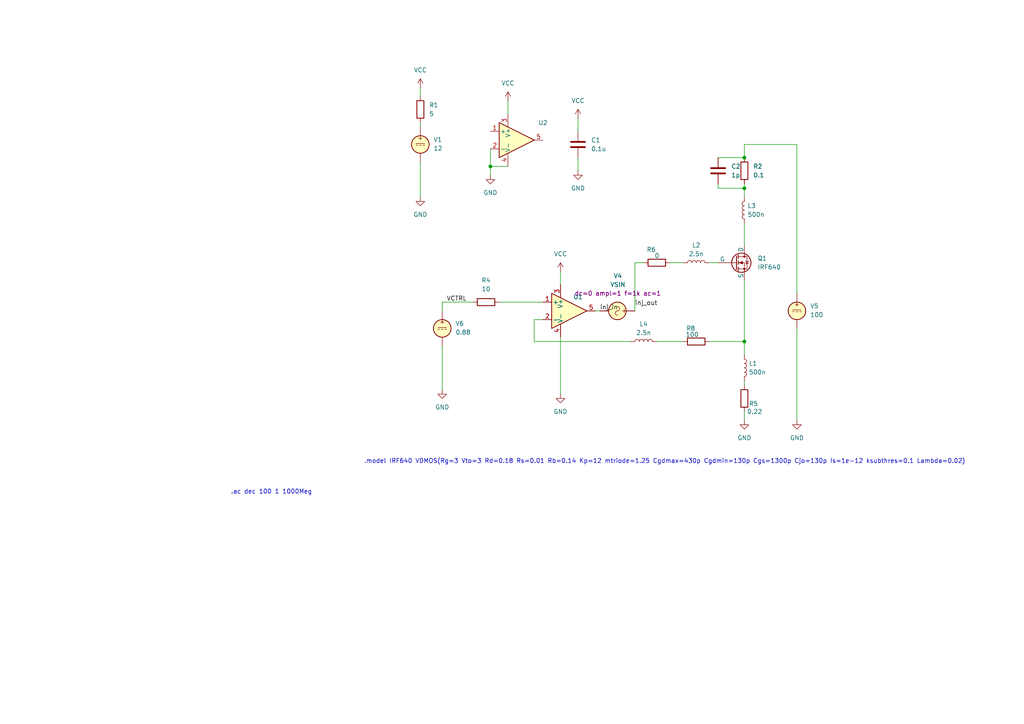
<source format=kicad_sch>
(kicad_sch (version 20231120) (generator "eeschema") (generator_version "8.0")
  (paper "A4")
  (lib_symbols
    (symbol "Device:C" (pin_numbers hide) (pin_names (offset 0.254))
      (property "Reference" "C" (at 0.635 2.54 0))
      (property "Value" "C" (at 0.635 -2.54 0))
      (symbol "C_0_1"
        (polyline (pts (xy -2.032 -0.762) (xy 2.032 -0.762)) (stroke (width 0.508)))
        (polyline (pts (xy -2.032 0.762) (xy 2.032 0.762)) (stroke (width 0.508)))
      )
      (symbol "C_1_1"
        (pin passive line (at 0 3.81 270) (length 2.794) (name "~") (number "1"))
        (pin passive line (at 0 -3.81 90) (length 2.794) (name "~") (number "2"))
      )
    )
    (symbol "Device:L" (pin_numbers hide) (pin_names (offset 1.016) hide)
      (property "Reference" "L" (at -1.27 0 90))
      (property "Value" "L" (at 1.905 0 90))
      (symbol "L_0_1"
        (arc (start 0 -2.54) (mid 0.6323 -1.905) (end 0 -1.27))
        (arc (start 0 -1.27) (mid 0.6323 -0.635) (end 0 0))
        (arc (start 0 0) (mid 0.6323 0.635) (end 0 1.27))
        (arc (start 0 1.27) (mid 0.6323 1.905) (end 0 2.54))
      )
      (symbol "L_1_1"
        (pin passive line (at 0 3.81 270) (length 1.27) (name "1") (number "1"))
        (pin passive line (at 0 -3.81 90) (length 1.27) (name "2") (number "2"))
      )
    )
    (symbol "Device:R" (pin_numbers hide) (pin_names (offset 0))
      (property "Reference" "R" (at 2.032 0 90))
      (property "Value" "R" (at 0 0 90))
      (symbol "R_0_1"
        (rectangle (start -1.016 -2.54) (end 1.016 2.54) (stroke (width 0.254)))
      )
      (symbol "R_1_1"
        (pin passive line (at 0 3.81 270) (length 1.27) (name "~") (number "1"))
        (pin passive line (at 0 -3.81 90) (length 1.27) (name "~") (number "2"))
      )
    )
    (symbol "Simulation_SPICE:NMOS" (pin_numbers hide) (pin_names (offset 0))
      (property "Reference" "Q" (at 5.08 1.27 0))
      (property "Value" "NMOS" (at 5.08 -1.27 0))
      (symbol "NMOS_0_1"
        (polyline (pts (xy 0.254 0) (xy -2.54 0)))
        (polyline (pts (xy 0.254 1.905) (xy 0.254 -1.905)) (stroke (width 0.254)))
        (polyline (pts (xy 0.762 -1.27) (xy 0.762 -2.286)) (stroke (width 0.254)))
        (polyline (pts (xy 0.762 0.508) (xy 0.762 -0.508)) (stroke (width 0.254)))
        (polyline (pts (xy 0.762 2.286) (xy 0.762 1.27)) (stroke (width 0.254)))
        (polyline (pts (xy 2.54 2.54) (xy 2.54 1.778)))
        (polyline (pts (xy 2.54 -2.54) (xy 2.54 0) (xy 0.762 0)))
        (polyline (pts (xy 0.762 -1.778) (xy 3.302 -1.778) (xy 3.302 1.778) (xy 0.762 1.778)))
        (polyline (pts (xy 1.016 0) (xy 2.032 0.381) (xy 2.032 -0.381) (xy 1.016 0)) (fill (type outline)))
        (polyline (pts (xy 2.794 0.508) (xy 2.921 0.381) (xy 3.683 0.381) (xy 3.81 0.254)))
        (polyline (pts (xy 3.302 0.381) (xy 2.921 -0.254) (xy 3.683 -0.254) (xy 3.302 0.381)))
        (circle (center 1.651 0) (radius 2.794) (stroke (width 0.254)))
        (circle (center 2.54 -1.778) (radius 0.254) (fill (type outline)))
        (circle (center 2.54 1.778) (radius 0.254) (fill (type outline)))
      )
      (symbol "NMOS_1_1"
        (pin passive line (at 2.54 5.08 270) (length 2.54) (name "D") (number "1"))
        (pin input line (at -5.08 0 0) (length 2.54) (name "G") (number "2"))
        (pin passive line (at 2.54 -5.08 90) (length 2.54) (name "S") (number "3"))
      )
    )
    (symbol "Simulation_SPICE:OPAMP" (pin_names (offset 0.254))
      (property "Reference" "U" (at 3.81 3.175 0))
      (property "Value" "${SIM.PARAMS}" (at 3.81 -3.175 0))
      (symbol "OPAMP_0_1"
        (polyline (pts (xy 5.08 0) (xy -5.08 5.08) (xy -5.08 -5.08) (xy 5.08 0)) (stroke (width 0.254)) (fill (type background)))
      )
      (symbol "OPAMP_1_1"
        (pin input line (at -7.62 2.54 0) (length 2.54) (name "+") (number "1"))
        (pin input line (at -7.62 -2.54 0) (length 2.54) (name "-") (number "2"))
        (pin power_in line (at -2.54 7.62 270) (length 3.81) (name "V+") (number "3"))
        (pin power_in line (at -2.54 -7.62 90) (length 3.81) (name "V-") (number "4"))
        (pin output line (at 7.62 0 180) (length 2.54) (name "~") (number "5"))
      )
    )
    (symbol "Simulation_SPICE:VDC" (pin_numbers hide) (pin_names (offset 0.0254))
      (property "Reference" "V" (at 2.54 2.54 0))
      (property "Value" "1" (at 2.54 0 0))
      (symbol "VDC_0_0"
        (polyline (pts (xy -1.27 0.254) (xy 1.27 0.254)))
        (polyline (pts (xy -0.762 -0.254) (xy -1.27 -0.254)))
        (polyline (pts (xy 0.254 -0.254) (xy -0.254 -0.254)))
        (polyline (pts (xy 1.27 -0.254) (xy 0.762 -0.254)))
        (text "+" (at 0 1.905 0) (effects (font (size 1.27 1.27))))
      )
      (symbol "VDC_0_1"
        (circle (center 0 0) (radius 2.54) (stroke (width 0.254)) (fill (type background)))
      )
      (symbol "VDC_1_1"
        (pin passive line (at 0 5.08 270) (length 2.54) (name "~") (number "1"))
        (pin passive line (at 0 -5.08 90) (length 2.54) (name "~") (number "2"))
      )
    )
    (symbol "Simulation_SPICE:VSIN" (pin_numbers hide) (pin_names (offset 0.0254))
      (property "Reference" "V" (at 2.54 2.54 0))
      (property "Value" "VSIN" (at 2.54 0 0))
      (property "Sim.Params" "dc=0 ampl=1 f=1k ac=1" (at 2.54 -2.54 0))
      (symbol "VSIN_0_0"
        (arc (start 0 0) (mid -0.635 0.6323) (end -1.27 0))
        (arc (start 0 0) (mid 0.635 -0.6323) (end 1.27 0))
        (text "+" (at 0 1.905 0) (effects (font (size 1.27 1.27))))
      )
      (symbol "VSIN_0_1"
        (circle (center 0 0) (radius 2.54) (stroke (width 0.254)) (fill (type background)))
      )
      (symbol "VSIN_1_1"
        (pin passive line (at 0 5.08 270) (length 2.54) (name "~") (number "1"))
        (pin passive line (at 0 -5.08 90) (length 2.54) (name "~") (number "2"))
      )
    )
    (symbol "power:GND" (power) (pin_numbers hide) (pin_names (offset 0) hide)
      (property "Value" "GND" (at 0 -3.81 0))
      (symbol "GND_0_1"
        (polyline (pts (xy 0 0) (xy 0 -1.27) (xy 1.27 -1.27) (xy 0 -2.54) (xy -1.27 -1.27) (xy 0 -1.27)))
      )
      (symbol "GND_1_1"
        (pin power_in line (at 0 0 270) (length 0) (name "~") (number "1"))
      )
    )
    (symbol "power:VCC" (power) (pin_numbers hide) (pin_names (offset 0) hide)
      (property "Value" "VCC" (at 0 3.556 0))
      (symbol "VCC_0_1"
        (polyline (pts (xy -0.762 1.27) (xy 0 2.54)))
        (polyline (pts (xy 0 0) (xy 0 2.54)))
        (polyline (pts (xy 0 2.54) (xy 0.762 1.27)))
      )
      (symbol "VCC_1_1"
        (pin power_in line (at 0 0 90) (length 0) (name "~") (number "1"))
      )
    )
  )
  (junction (at 215.9 99.06))
  (junction (at 142.24 48.26))
  (junction (at 215.9 45.72))
  (junction (at 215.9 54.61))
  (wire (pts (xy 128.27 100.33) (xy 128.27 113.03)))
  (wire (pts (xy 162.56 78.74) (xy 162.56 82.55)))
  (wire (pts (xy 147.32 29.21) (xy 147.32 33.02)))
  (wire (pts (xy 215.9 54.61) (xy 215.9 57.15)))
  (wire (pts (xy 194.31 76.2) (xy 198.12 76.2)))
  (wire (pts (xy 231.14 85.09) (xy 231.14 41.91)))
  (wire (pts (xy 215.9 110.49) (xy 215.9 111.76)))
  (wire (pts (xy 172.72 90.17) (xy 173.99 90.17)))
  (wire (pts (xy 121.92 46.99) (xy 121.92 57.15)))
  (wire (pts (xy 215.9 99.06) (xy 215.9 102.87)))
  (wire (pts (xy 154.94 92.71) (xy 154.94 99.06)))
  (wire (pts (xy 142.24 48.26) (xy 147.32 48.26)))
  (wire (pts (xy 215.9 53.34) (xy 215.9 54.61)))
  (wire (pts (xy 215.9 81.28) (xy 215.9 99.06)))
  (wire (pts (xy 137.16 87.63) (xy 128.27 87.63)))
  (wire (pts (xy 215.9 119.38) (xy 215.9 121.92)))
  (wire (pts (xy 128.27 87.63) (xy 128.27 90.17)))
  (wire (pts (xy 190.5 99.06) (xy 198.12 99.06)))
  (wire (pts (xy 231.14 95.25) (xy 231.14 121.92)))
  (wire (pts (xy 215.9 41.91) (xy 215.9 45.72)))
  (wire (pts (xy 167.64 45.72) (xy 167.64 49.53)))
  (wire (pts (xy 215.9 64.77) (xy 215.9 71.12)))
  (wire (pts (xy 208.28 54.61) (xy 215.9 54.61)))
  (wire (pts (xy 142.24 48.26) (xy 142.24 50.8)))
  (wire (pts (xy 167.64 34.29) (xy 167.64 38.1)))
  (wire (pts (xy 208.28 53.34) (xy 208.28 54.61)))
  (wire (pts (xy 157.48 92.71) (xy 154.94 92.71)))
  (wire (pts (xy 205.74 99.06) (xy 215.9 99.06)))
  (wire (pts (xy 184.15 76.2) (xy 184.15 90.17)))
  (wire (pts (xy 121.92 35.56) (xy 121.92 36.83)))
  (wire (pts (xy 184.15 76.2) (xy 186.69 76.2)))
  (wire (pts (xy 121.92 25.4) (xy 121.92 27.94)))
  (wire (pts (xy 144.78 87.63) (xy 157.48 87.63)))
  (wire (pts (xy 231.14 41.91) (xy 215.9 41.91)))
  (wire (pts (xy 154.94 99.06) (xy 182.88 99.06)))
  (wire (pts (xy 142.24 43.18) (xy 142.24 48.26)))
  (wire (pts (xy 162.56 97.79) (xy 162.56 114.3)))
  (wire (pts (xy 205.74 76.2) (xy 208.28 76.2)))
  (wire (pts (xy 208.28 45.72) (xy 215.9 45.72)))
  (text ".ac dec 100 1 1000Meg" (at 78.74 142.748 0) (effects (font (size 1.27 1.27))))
  (text ".model IRF640 VDMOS(Rg=3 Vto=3 Rd=0.18 Rs=0.01 Rb=0.14 Kp=12 mtriode=1.25 Cgdmax=430p Cgdmin=130p Cgs=1300p Cjo=130p Is=1e-12 ksubthres=0.1 Lambda=0.02)" (at 192.786 133.858 0) (effects (font (size 1.27 1.27))))
  (label "VCTRL" (at 129.54 87.63 0))
  (label "inj_in" (at 173.99 90.17 0))
  (label "inj_out" (at 184.15 88.9 0))
  (symbol (lib_id "Simulation_SPICE:OPAMP") (at 165.1 90.17 0) (unit 1)
    (property "Reference" "U1" (at 167.64 86.106 0))
    (property "Value" "${SIM.PARAMS}" (at 172.72 87.0265 0))
    (property "Datasheet" "https://ngspice.sourceforge.io/docs/ngspice-html-manual/manual.xhtml#sec__SUBCKT_Subcircuits" (effects (hide yes)))
    (property "Description" "Operational amplifier, single, node sequence=1:+ 2:- 3:OUT 4:V+ 5:V-" (effects (hide yes)))
    (property "Sim.Pins" "1=1 2=2 3=99 4=50 5=45" (effects (hide yes)))
    (property "Sim.Device" "SUBCKT" (effects (hide yes)))
    (property "Sim.Library" "AD8614.lib" (effects (hide yes)))
    (property "Sim.Name" "AD8614" (effects (hide yes)))
  )
  (symbol (lib_id "power:VCC") (at 121.92 25.4 0) (unit 1) (exclude_from_sim yes)
    (property "Reference" "#PWR02" (effects (hide yes)))
    (property "Value" "VCC" (at 121.92 20.32 0))
    (property "Description" "Power symbol creates a global label with name \"VCC\"" (effects (hide yes)))
  )
  (symbol (lib_id "power:GND") (at 215.9 121.92 0) (unit 1)
    (property "Reference" "#PWR011" (effects (hide yes)))
    (property "Value" "GND" (at 215.9 127 0))
    (property "Description" "Power symbol creates a global label with name \"GND\" , ground" (effects (hide yes)))
  )
  (symbol (lib_id "power:GND") (at 231.14 121.92 0) (unit 1)
    (property "Reference" "#PWR014" (effects (hide yes)))
    (property "Value" "GND" (at 231.14 127 0))
    (property "Description" "Power symbol creates a global label with name \"GND\" , ground" (effects (hide yes)))
  )
  (symbol (lib_id "Device:L") (at 201.93 76.2 90) (unit 1)
    (property "Reference" "L2" (at 201.93 71.12 90))
    (property "Value" "2.5n" (at 201.93 73.66 90))
    (property "Description" "Inductor" (effects (hide yes)))
  )
  (symbol (lib_id "power:VCC") (at 147.32 29.21 0) (unit 1) (exclude_from_sim yes)
    (property "Reference" "#PWR013" (effects (hide yes)))
    (property "Value" "VCC" (at 147.32 24.13 0))
    (property "Description" "Power symbol creates a global label with name \"VCC\"" (effects (hide yes)))
  )
  (symbol (lib_id "Device:L") (at 186.69 99.06 90) (unit 1)
    (property "Reference" "L4" (at 186.69 93.98 90))
    (property "Value" "2.5n" (at 186.69 96.52 90))
    (property "Description" "Inductor" (effects (hide yes)))
  )
  (symbol (lib_id "Device:R") (at 215.9 49.53 0) (unit 1)
    (property "Reference" "R2" (at 218.44 48.2599 0) (effects (justify left)))
    (property "Value" "0.1" (at 218.44 50.7999 0) (effects (justify left)))
    (property "Description" "Resistor" (effects (hide yes)))
  )
  (symbol (lib_id "Simulation_SPICE:OPAMP") (at 149.86 40.64 0) (unit 1)
    (property "Reference" "U2" (at 157.48 35.5914 0))
    (property "Value" "${SIM.PARAMS}" (at 157.48 37.4965 0))
    (property "Datasheet" "https://ngspice.sourceforge.io/docs/ngspice-html-manual/manual.xhtml#sec__SUBCKT_Subcircuits" (effects (hide yes)))
    (property "Description" "Operational amplifier, single, node sequence=1:+ 2:- 3:OUT 4:V+ 5:V-" (effects (hide yes)))
    (property "Sim.Library" "AD8027.lib" (effects (hide yes)))
    (property "Sim.Name" "AD8027" (effects (hide yes)))
    (property "Sim.Device" "SUBCKT" (effects (hide yes)))
    (property "Sim.Pins" "1=1 2=2 3=99 4=50 5=61" (effects (hide yes)))
  )
  (symbol (lib_id "Device:L") (at 215.9 106.68 0) (unit 1)
    (property "Reference" "L1" (at 217.17 105.4099 0) (effects (justify left)))
    (property "Value" "500n" (at 217.17 107.9499 0) (effects (justify left)))
    (property "Description" "Inductor" (effects (hide yes)))
  )
  (symbol (lib_id "Device:C") (at 167.64 41.91 0) (unit 1)
    (property "Reference" "C1" (at 171.45 40.6399 0) (effects (justify left)))
    (property "Value" "0.1u" (at 171.45 43.1799 0) (effects (justify left)))
    (property "Footprint" "Capacitor_SMD:C_0603_1608Metric" (effects (hide yes)))
    (property "Description" "Unpolarized capacitor" (effects (hide yes)))
  )
  (symbol (lib_id "power:GND") (at 162.56 114.3 0) (unit 1) (exclude_from_sim yes)
    (property "Reference" "#PWR010" (effects (hide yes)))
    (property "Value" "GND" (at 162.56 119.38 0))
    (property "Description" "Power symbol creates a global label with name \"GND\" , ground" (effects (hide yes)))
  )
  (symbol (lib_id "Device:R") (at 190.5 76.2 90) (unit 1)
    (property "Reference" "R6" (at 190.246 72.39 90) (effects (justify left)))
    (property "Value" "0" (at 191.262 74.168 90) (effects (justify left)))
    (property "Footprint" "Resistor_SMD:R_0603_1608Metric" (effects (hide yes)))
    (property "Description" "Resistor" (effects (hide yes)))
  )
  (symbol (lib_id "Simulation_SPICE:VDC") (at 121.92 41.91 0) (unit 1)
    (property "Reference" "V1" (at 125.73 40.5101 0) (effects (justify left)))
    (property "Value" "12" (at 125.73 43.0501 0) (effects (justify left)))
    (property "Datasheet" "https://ngspice.sourceforge.io/docs/ngspice-html-manual/manual.xhtml#sec_Independent_Sources_for" (effects (hide yes)))
    (property "Description" "Voltage source, DC" (effects (hide yes)))
    (property "Sim.Pins" "1=+ 2=-" (effects (hide yes)))
    (property "Sim.Type" "DC" (effects (hide yes)))
    (property "Sim.Device" "V" (effects (hide yes)))
  )
  (symbol (lib_id "Simulation_SPICE:VSIN") (at 179.07 90.17 270) (unit 1)
    (property "Reference" "V4" (at 179.1998 80.01 90))
    (property "Value" "VSIN" (at 179.1998 82.55 90))
    (property "Datasheet" "https://ngspice.sourceforge.io/docs/ngspice-html-manual/manual.xhtml#sec_Independent_Sources_for" (effects (hide yes)))
    (property "Description" "Voltage source, sinusoidal" (effects (hide yes)))
    (property "Sim.Pins" "1=+ 2=-" (effects (hide yes)))
    (property "Sim.Params" "dc=0 ampl=1 f=1k ac=1" (at 179.1998 85.09 90))
    (property "Sim.Type" "SIN" (effects (hide yes)))
    (property "Sim.Device" "V" (effects (hide yes)))
  )
  (symbol (lib_id "Device:R") (at 121.92 31.75 0) (unit 1)
    (property "Reference" "R1" (at 124.46 30.4799 0) (effects (justify left)))
    (property "Value" "5" (at 124.46 33.0199 0) (effects (justify left)))
    (property "Description" "Resistor" (effects (hide yes)))
  )
  (symbol (lib_id "Simulation_SPICE:NMOS") (at 213.36 76.2 0) (unit 1)
    (property "Reference" "Q1" (at 219.71 74.9299 0) (effects (justify left)))
    (property "Value" "IRF640" (at 219.71 77.4699 0) (effects (justify left)))
    (property "Datasheet" "https://ngspice.sourceforge.io/docs/ngspice-html-manual/manual.xhtml#cha_MOSFETs" (effects (hide yes)))
    (property "Description" "N-MOSFET transistor, drain/source/gate" (effects (hide yes)))
    (property "Sim.Device" "NMOS" (effects (hide yes)))
    (property "Sim.Type" "VDMOS" (effects (hide yes)))
    (property "Sim.Pins" "1=D 2=G 3=S" (effects (hide yes)))
  )
  (symbol (lib_id "Device:R") (at 140.97 87.63 90) (unit 1)
    (property "Reference" "R4" (at 140.97 81.28 90))
    (property "Value" "10" (at 140.97 83.82 90))
    (property "Description" "Resistor" (effects (hide yes)))
  )
  (symbol (lib_id "power:GND") (at 128.27 113.03 0) (unit 1) (exclude_from_sim yes)
    (property "Reference" "#PWR09" (effects (hide yes)))
    (property "Value" "GND" (at 128.27 118.11 0))
    (property "Description" "Power symbol creates a global label with name \"GND\" , ground" (effects (hide yes)))
  )
  (symbol (lib_id "power:GND") (at 167.64 49.53 0) (unit 1) (exclude_from_sim yes)
    (property "Reference" "#PWR07" (effects (hide yes)))
    (property "Value" "GND" (at 167.64 54.61 0))
    (property "Description" "Power symbol creates a global label with name \"GND\" , ground" (effects (hide yes)))
  )
  (symbol (lib_id "power:GND") (at 121.92 57.15 0) (unit 1) (exclude_from_sim yes)
    (property "Reference" "#PWR04" (effects (hide yes)))
    (property "Value" "GND" (at 121.92 62.23 0))
    (property "Description" "Power symbol creates a global label with name \"GND\" , ground" (effects (hide yes)))
  )
  (symbol (lib_id "power:VCC") (at 162.56 78.74 0) (unit 1) (exclude_from_sim yes)
    (property "Reference" "#PWR08" (effects (hide yes)))
    (property "Value" "VCC" (at 162.56 73.66 0))
    (property "Description" "Power symbol creates a global label with name \"VCC\"" (effects (hide yes)))
  )
  (symbol (lib_id "Simulation_SPICE:VDC") (at 128.27 95.25 0) (unit 1)
    (property "Reference" "V6" (at 132.08 93.8501 0) (effects (justify left)))
    (property "Value" "0.88" (at 132.08 96.3901 0) (effects (justify left)))
    (property "Datasheet" "https://ngspice.sourceforge.io/docs/ngspice-html-manual/manual.xhtml#sec_Independent_Sources_for" (effects (hide yes)))
    (property "Description" "Voltage source, DC" (effects (hide yes)))
    (property "Sim.Pins" "1=+ 2=-" (effects (hide yes)))
    (property "Sim.Type" "DC" (effects (hide yes)))
    (property "Sim.Device" "V" (effects (hide yes)))
  )
  (symbol (lib_id "Device:R") (at 215.9 115.57 0) (unit 1)
    (property "Reference" "R5" (at 217.17 117.094 0) (effects (justify left)))
    (property "Value" "0.22" (at 216.662 119.38 0) (effects (justify left)))
    (property "Footprint" "Resistor_SMD:R_0603_1608Metric" (effects (hide yes)))
    (property "Description" "Resistor" (effects (hide yes)))
  )
  (symbol (lib_id "power:GND") (at 142.24 50.8 0) (unit 1) (exclude_from_sim yes)
    (property "Reference" "#PWR012" (effects (hide yes)))
    (property "Value" "GND" (at 142.24 55.88 0))
    (property "Description" "Power symbol creates a global label with name \"GND\" , ground" (effects (hide yes)))
  )
  (symbol (lib_id "Simulation_SPICE:VDC") (at 231.14 90.17 0) (unit 1)
    (property "Reference" "V5" (at 234.95 88.7701 0) (effects (justify left)))
    (property "Value" "100" (at 234.95 91.3101 0) (effects (justify left)))
    (property "Datasheet" "https://ngspice.sourceforge.io/docs/ngspice-html-manual/manual.xhtml#sec_Independent_Sources_for" (effects (hide yes)))
    (property "Description" "Voltage source, DC" (effects (hide yes)))
    (property "Sim.Pins" "1=+ 2=-" (effects (hide yes)))
    (property "Sim.Type" "DC" (effects (hide yes)))
    (property "Sim.Device" "V" (effects (hide yes)))
  )
  (symbol (lib_id "Device:R") (at 201.93 99.06 90) (unit 1)
    (property "Reference" "R8" (at 201.676 95.25 90) (effects (justify left)))
    (property "Value" "100" (at 202.692 97.028 90) (effects (justify left)))
    (property "Footprint" "Resistor_SMD:R_0603_1608Metric" (effects (hide yes)))
    (property "Description" "Resistor" (effects (hide yes)))
  )
  (symbol (lib_id "Device:C") (at 208.28 49.53 0) (unit 1)
    (property "Reference" "C2" (at 212.09 48.2599 0) (effects (justify left)))
    (property "Value" "1p" (at 212.09 50.7999 0) (effects (justify left)))
    (property "Description" "Unpolarized capacitor" (effects (hide yes)))
  )
  (symbol (lib_id "power:VCC") (at 167.64 34.29 0) (unit 1) (exclude_from_sim yes)
    (property "Reference" "#PWR06" (effects (hide yes)))
    (property "Value" "VCC" (at 167.64 29.21 0))
    (property "Description" "Power symbol creates a global label with name \"VCC\"" (effects (hide yes)))
  )
  (symbol (lib_id "Device:L") (at 215.9 60.96 180) (unit 1)
    (property "Reference" "L3" (at 216.7945 59.6899 0) (effects (justify right)))
    (property "Value" "500n" (at 216.7945 62.2299 0) (effects (justify right)))
    (property "Description" "Inductor" (effects (hide yes)))
  )
)
</source>
